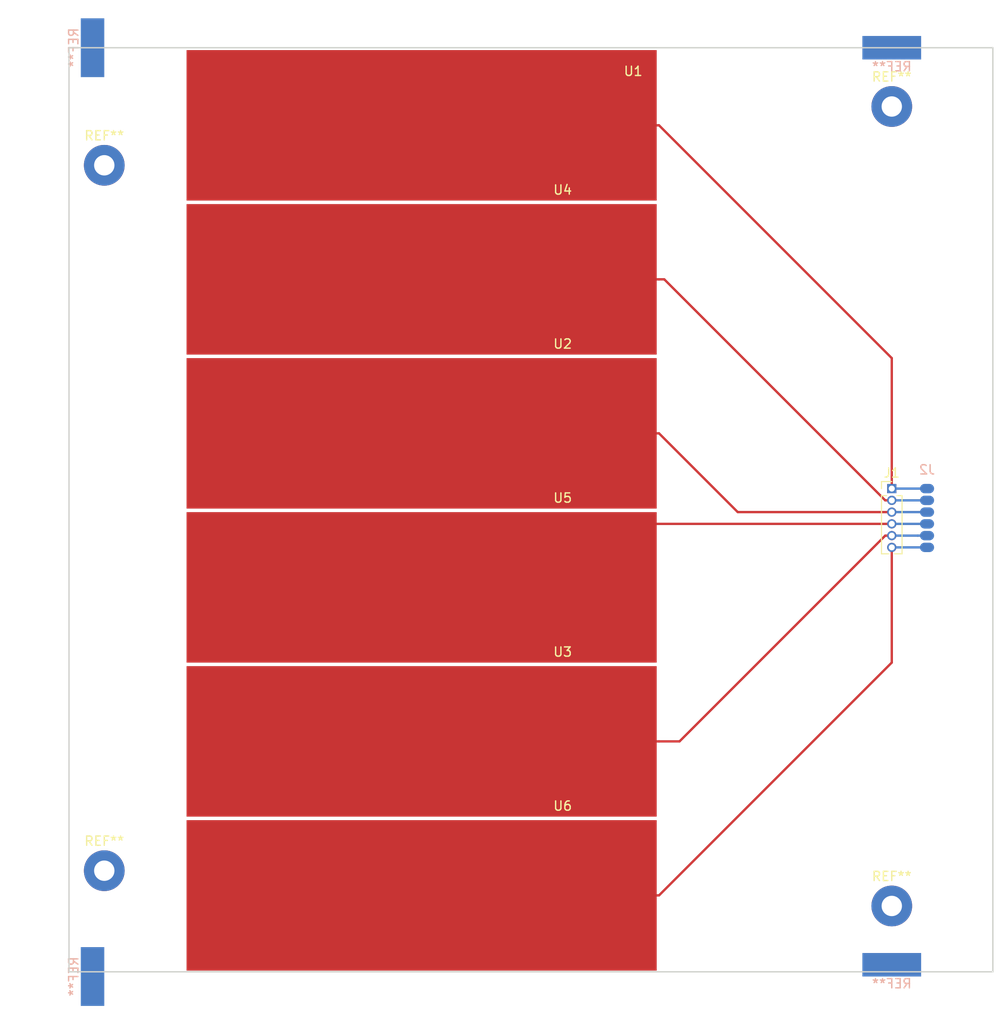
<source format=kicad_pcb>
(kicad_pcb (version 20171130) (host pcbnew "(5.0.2)-1")

  (general
    (thickness 1.6)
    (drawings 4)
    (tracks 26)
    (zones 0)
    (modules 16)
    (nets 7)
  )

  (page A4)
  (layers
    (0 F.Cu signal)
    (31 B.Cu signal)
    (32 B.Adhes user)
    (33 F.Adhes user)
    (34 B.Paste user)
    (35 F.Paste user)
    (36 B.SilkS user)
    (37 F.SilkS user)
    (38 B.Mask user)
    (39 F.Mask user)
    (40 Dwgs.User user)
    (41 Cmts.User user)
    (42 Eco1.User user)
    (43 Eco2.User user)
    (44 Edge.Cuts user)
    (45 Margin user)
    (46 B.CrtYd user)
    (47 F.CrtYd user)
    (48 B.Fab user)
    (49 F.Fab user)
  )

  (setup
    (last_trace_width 0.25)
    (trace_clearance 0.2)
    (zone_clearance 0.508)
    (zone_45_only no)
    (trace_min 0.2)
    (segment_width 0.2)
    (edge_width 0.15)
    (via_size 0.8)
    (via_drill 0.4)
    (via_min_size 0.4)
    (via_min_drill 0.3)
    (uvia_size 0.3)
    (uvia_drill 0.1)
    (uvias_allowed no)
    (uvia_min_size 0.2)
    (uvia_min_drill 0.1)
    (pcb_text_width 0.3)
    (pcb_text_size 1.5 1.5)
    (mod_edge_width 0.15)
    (mod_text_size 1 1)
    (mod_text_width 0.15)
    (pad_size 1.524 1.524)
    (pad_drill 0.762)
    (pad_to_mask_clearance 0.051)
    (solder_mask_min_width 0.25)
    (aux_axis_origin 0 0)
    (visible_elements 7FFFFFFF)
    (pcbplotparams
      (layerselection 0x010f0_ffffffff)
      (usegerberextensions false)
      (usegerberattributes false)
      (usegerberadvancedattributes false)
      (creategerberjobfile false)
      (excludeedgelayer true)
      (linewidth 0.100000)
      (plotframeref false)
      (viasonmask false)
      (mode 1)
      (useauxorigin false)
      (hpglpennumber 1)
      (hpglpenspeed 20)
      (hpglpendiameter 15.000000)
      (psnegative false)
      (psa4output false)
      (plotreference true)
      (plotvalue true)
      (plotinvisibletext false)
      (padsonsilk false)
      (subtractmaskfromsilk false)
      (outputformat 1)
      (mirror false)
      (drillshape 0)
      (scaleselection 1)
      (outputdirectory "C:/Users/azhao/Documents/test/New folder2"))
  )

  (net 0 "")
  (net 1 "Net-(J1-Pad1)")
  (net 2 "Net-(J1-Pad2)")
  (net 3 "Net-(J1-Pad3)")
  (net 4 "Net-(J1-Pad4)")
  (net 5 "Net-(J1-Pad5)")
  (net 6 "Net-(J1-Pad6)")

  (net_class Default "This is the default net class."
    (clearance 0.2)
    (trace_width 0.25)
    (via_dia 0.8)
    (via_drill 0.4)
    (uvia_dia 0.3)
    (uvia_drill 0.1)
    (add_net "Net-(J1-Pad1)")
    (add_net "Net-(J1-Pad2)")
    (add_net "Net-(J1-Pad3)")
    (add_net "Net-(J1-Pad4)")
    (add_net "Net-(J1-Pad5)")
    (add_net "Net-(J1-Pad6)")
  )

  (module Connector_PinHeader_1.27mm:PinHeader_1x06_P1.27mm_Vertical (layer F.Cu) (tedit 59FED6E3) (tstamp 5C6BDBBD)
    (at 190.5 98.425)
    (descr "Through hole straight pin header, 1x06, 1.27mm pitch, single row")
    (tags "Through hole pin header THT 1x06 1.27mm single row")
    (path /5C3BAF9E)
    (fp_text reference J1 (at 0 -1.695) (layer F.SilkS)
      (effects (font (size 1 1) (thickness 0.15)))
    )
    (fp_text value Conn_01x06_Male (at 0 8.045) (layer F.Fab)
      (effects (font (size 1 1) (thickness 0.15)))
    )
    (fp_text user %R (at 0 3.175 90) (layer F.Fab)
      (effects (font (size 1 1) (thickness 0.15)))
    )
    (fp_line (start 1.55 -1.15) (end -1.55 -1.15) (layer F.CrtYd) (width 0.05))
    (fp_line (start 1.55 7.5) (end 1.55 -1.15) (layer F.CrtYd) (width 0.05))
    (fp_line (start -1.55 7.5) (end 1.55 7.5) (layer F.CrtYd) (width 0.05))
    (fp_line (start -1.55 -1.15) (end -1.55 7.5) (layer F.CrtYd) (width 0.05))
    (fp_line (start -1.11 -0.76) (end 0 -0.76) (layer F.SilkS) (width 0.12))
    (fp_line (start -1.11 0) (end -1.11 -0.76) (layer F.SilkS) (width 0.12))
    (fp_line (start 0.563471 0.76) (end 1.11 0.76) (layer F.SilkS) (width 0.12))
    (fp_line (start -1.11 0.76) (end -0.563471 0.76) (layer F.SilkS) (width 0.12))
    (fp_line (start 1.11 0.76) (end 1.11 7.045) (layer F.SilkS) (width 0.12))
    (fp_line (start -1.11 0.76) (end -1.11 7.045) (layer F.SilkS) (width 0.12))
    (fp_line (start 0.30753 7.045) (end 1.11 7.045) (layer F.SilkS) (width 0.12))
    (fp_line (start -1.11 7.045) (end -0.30753 7.045) (layer F.SilkS) (width 0.12))
    (fp_line (start -1.05 -0.11) (end -0.525 -0.635) (layer F.Fab) (width 0.1))
    (fp_line (start -1.05 6.985) (end -1.05 -0.11) (layer F.Fab) (width 0.1))
    (fp_line (start 1.05 6.985) (end -1.05 6.985) (layer F.Fab) (width 0.1))
    (fp_line (start 1.05 -0.635) (end 1.05 6.985) (layer F.Fab) (width 0.1))
    (fp_line (start -0.525 -0.635) (end 1.05 -0.635) (layer F.Fab) (width 0.1))
    (pad 6 thru_hole oval (at 0 6.35) (size 1 1) (drill 0.65) (layers *.Cu *.Mask)
      (net 6 "Net-(J1-Pad6)"))
    (pad 5 thru_hole oval (at 0 5.08) (size 1 1) (drill 0.65) (layers *.Cu *.Mask)
      (net 5 "Net-(J1-Pad5)"))
    (pad 4 thru_hole oval (at 0 3.81) (size 1 1) (drill 0.65) (layers *.Cu *.Mask)
      (net 4 "Net-(J1-Pad4)"))
    (pad 3 thru_hole oval (at 0 2.54) (size 1 1) (drill 0.65) (layers *.Cu *.Mask)
      (net 3 "Net-(J1-Pad3)"))
    (pad 2 thru_hole oval (at 0 1.27) (size 1 1) (drill 0.65) (layers *.Cu *.Mask)
      (net 2 "Net-(J1-Pad2)"))
    (pad 1 thru_hole rect (at 0 0) (size 1 1) (drill 0.65) (layers *.Cu *.Mask)
      (net 1 "Net-(J1-Pad1)"))
    (model ${KISYS3DMOD}/Connector_PinHeader_1.27mm.3dshapes/PinHeader_1x06_P1.27mm_Vertical.wrl
      (at (xyz 0 0 0))
      (scale (xyz 1 1 1))
      (rotate (xyz 0 0 0))
    )
  )

  (module testlibrary:testtt (layer B.Cu) (tedit 5C3BAE0E) (tstamp 5C6BDC15)
    (at 194.31 95.885 180)
    (path /5C3C87CA)
    (fp_text reference J2 (at 0 -0.5 180) (layer B.SilkS)
      (effects (font (size 1 1) (thickness 0.15)) (justify mirror))
    )
    (fp_text value Conn_01x06_Male (at 0 0.5 180) (layer B.Fab)
      (effects (font (size 1 1) (thickness 0.15)) (justify mirror))
    )
    (fp_line (start -1.27 -10.16) (end -1.27 -1.27) (layer B.CrtYd) (width 0.15))
    (fp_line (start 1.27 -10.16) (end -1.27 -10.16) (layer B.CrtYd) (width 0.15))
    (fp_line (start 1.27 -1.27) (end 1.27 -10.16) (layer B.CrtYd) (width 0.15))
    (fp_line (start -1.27 -1.27) (end 1.27 -1.27) (layer B.CrtYd) (width 0.15))
    (pad 6 smd oval (at 0 -8.89 180) (size 1.524 1.016) (layers B.Cu B.Paste B.Mask)
      (net 6 "Net-(J1-Pad6)"))
    (pad 5 smd oval (at 0 -7.62 180) (size 1.524 1.016) (layers B.Cu B.Paste B.Mask)
      (net 5 "Net-(J1-Pad5)"))
    (pad 4 smd oval (at 0 -6.35 180) (size 1.524 1.016) (layers B.Cu B.Paste B.Mask)
      (net 4 "Net-(J1-Pad4)"))
    (pad 3 connect oval (at 0 -5.08 180) (size 1.524 1.016) (layers B.Cu B.Mask)
      (net 3 "Net-(J1-Pad3)"))
    (pad 2 connect oval (at 0 -3.81 180) (size 1.524 1.016) (layers B.Cu B.Mask)
      (net 2 "Net-(J1-Pad2)"))
    (pad 1 connect oval (at 0 -2.54 180) (size 1.524 1.016) (layers B.Cu B.Mask)
      (net 1 "Net-(J1-Pad1)"))
  )

  (module testlibrary:sensorg (layer F.Cu) (tedit 5C3BC36B) (tstamp 5C6BD6DA)
    (at 154.94 49.022)
    (path /5C3C1C0C)
    (fp_text reference U1 (at 7.62 4.318) (layer F.SilkS)
      (effects (font (size 1 1) (thickness 0.15)))
    )
    (fp_text value testsensorg (at 0 -0.5) (layer F.Fab)
      (effects (font (size 1 1) (thickness 0.15)))
    )
    (pad 1 connect rect (at -15.24 10.16) (size 50.8 16.256) (layers F.Cu)
      (net 1 "Net-(J1-Pad1)"))
  )

  (module testlibrary:sensorg (layer F.Cu) (tedit 5C3BC36B) (tstamp 5C6BD647)
    (at 154.94 82.296)
    (path /5C3C1DA6)
    (fp_text reference U2 (at 0 0.5) (layer F.SilkS)
      (effects (font (size 1 1) (thickness 0.15)))
    )
    (fp_text value testsensorg (at 0 -0.5) (layer F.Fab)
      (effects (font (size 1 1) (thickness 0.15)))
    )
    (pad 1 connect rect (at -15.24 10.16) (size 50.8 16.256) (layers F.Cu)
      (net 3 "Net-(J1-Pad3)"))
  )

  (module testlibrary:sensorg (layer F.Cu) (tedit 5C3BC36B) (tstamp 5C6BD64C)
    (at 154.94 115.57)
    (path /5C3C1E58)
    (fp_text reference U3 (at 0 0.5) (layer F.SilkS)
      (effects (font (size 1 1) (thickness 0.15)))
    )
    (fp_text value testsensorg (at 0 -0.5) (layer F.Fab)
      (effects (font (size 1 1) (thickness 0.15)))
    )
    (pad 1 connect rect (at -15.24 10.16) (size 50.8 16.256) (layers F.Cu)
      (net 5 "Net-(J1-Pad5)"))
  )

  (module testlibrary:sensorg (layer F.Cu) (tedit 5C3BC36B) (tstamp 5C6BD651)
    (at 154.94 65.659)
    (path /5C3C1D40)
    (fp_text reference U4 (at 0 0.5) (layer F.SilkS)
      (effects (font (size 1 1) (thickness 0.15)))
    )
    (fp_text value testsensorg (at 0 -0.5) (layer F.Fab)
      (effects (font (size 1 1) (thickness 0.15)))
    )
    (pad 1 connect rect (at -15.24 10.16) (size 50.8 16.256) (layers F.Cu)
      (net 2 "Net-(J1-Pad2)"))
  )

  (module testlibrary:sensorg (layer F.Cu) (tedit 5C3BC36B) (tstamp 5C6BD656)
    (at 154.94 98.933)
    (path /5C3C1E08)
    (fp_text reference U5 (at 0 0.5) (layer F.SilkS)
      (effects (font (size 1 1) (thickness 0.15)))
    )
    (fp_text value testsensorg (at 0 -0.5) (layer F.Fab)
      (effects (font (size 1 1) (thickness 0.15)))
    )
    (pad 1 connect rect (at -15.24 10.16) (size 50.8 16.256) (layers F.Cu)
      (net 4 "Net-(J1-Pad4)"))
  )

  (module testlibrary:sensorg (layer F.Cu) (tedit 5C3BC36B) (tstamp 5C6BD65B)
    (at 154.94 132.207)
    (path /5C3C1E94)
    (fp_text reference U6 (at 0 0.5) (layer F.SilkS)
      (effects (font (size 1 1) (thickness 0.15)))
    )
    (fp_text value testsensorg (at 0 -0.5) (layer F.Fab)
      (effects (font (size 1 1) (thickness 0.15)))
    )
    (pad 1 connect rect (at -15.24 10.16) (size 50.8 16.256) (layers F.Cu)
      (net 6 "Net-(J1-Pad6)"))
  )

  (module testlibrary:blob (layer B.Cu) (tedit 5C3BCC23) (tstamp 5C79E81F)
    (at 190.5 53.34)
    (fp_text reference REF** (at 0 -0.5) (layer B.SilkS)
      (effects (font (size 1 1) (thickness 0.15)) (justify mirror))
    )
    (fp_text value blob (at 0 0.5) (layer B.Fab)
      (effects (font (size 1 1) (thickness 0.15)) (justify mirror))
    )
    (fp_line (start -5.08 -5.08) (end -5.08 0) (layer B.CrtYd) (width 0.15))
    (fp_line (start 5.08 -5.08) (end -5.08 -5.08) (layer B.CrtYd) (width 0.15))
    (fp_line (start 5.08 0) (end 5.08 -5.08) (layer B.CrtYd) (width 0.15))
    (fp_line (start -5.08 0) (end 5.08 0) (layer B.CrtYd) (width 0.15))
    (pad 1 connect rect (at 0 -2.54) (size 6.35 2.54) (layers B.Cu B.Mask))
  )

  (module testlibrary:blob (layer B.Cu) (tedit 5C3BCC23) (tstamp 5C79E875)
    (at 190.5 152.4)
    (fp_text reference REF** (at 0 -0.5) (layer B.SilkS)
      (effects (font (size 1 1) (thickness 0.15)) (justify mirror))
    )
    (fp_text value blob (at 0 0.5) (layer B.Fab)
      (effects (font (size 1 1) (thickness 0.15)) (justify mirror))
    )
    (fp_line (start -5.08 -5.08) (end -5.08 0) (layer B.CrtYd) (width 0.15))
    (fp_line (start 5.08 -5.08) (end -5.08 -5.08) (layer B.CrtYd) (width 0.15))
    (fp_line (start 5.08 0) (end 5.08 -5.08) (layer B.CrtYd) (width 0.15))
    (fp_line (start -5.08 0) (end 5.08 0) (layer B.CrtYd) (width 0.15))
    (pad 1 connect rect (at 0 -2.54) (size 6.35 2.54) (layers B.Cu B.Mask))
  )

  (module testlibrary:blob (layer B.Cu) (tedit 5C3BCC23) (tstamp 5C79E8CC)
    (at 101.6 50.8 270)
    (fp_text reference REF** (at 0 -0.5 270) (layer B.SilkS)
      (effects (font (size 1 1) (thickness 0.15)) (justify mirror))
    )
    (fp_text value blob (at 0 0.5 270) (layer B.Fab)
      (effects (font (size 1 1) (thickness 0.15)) (justify mirror))
    )
    (fp_line (start -5.08 -5.08) (end -5.08 0) (layer B.CrtYd) (width 0.15))
    (fp_line (start 5.08 -5.08) (end -5.08 -5.08) (layer B.CrtYd) (width 0.15))
    (fp_line (start 5.08 0) (end 5.08 -5.08) (layer B.CrtYd) (width 0.15))
    (fp_line (start -5.08 0) (end 5.08 0) (layer B.CrtYd) (width 0.15))
    (pad 1 connect rect (at 0 -2.54 270) (size 6.35 2.54) (layers B.Cu B.Mask))
  )

  (module testlibrary:blob (layer B.Cu) (tedit 5C3BCC23) (tstamp 5C79E922)
    (at 101.6 151.13 270)
    (fp_text reference REF** (at 0 -0.5 270) (layer B.SilkS)
      (effects (font (size 1 1) (thickness 0.15)) (justify mirror))
    )
    (fp_text value blob (at 0 0.5 270) (layer B.Fab)
      (effects (font (size 1 1) (thickness 0.15)) (justify mirror))
    )
    (fp_line (start -5.08 -5.08) (end -5.08 0) (layer B.CrtYd) (width 0.15))
    (fp_line (start 5.08 -5.08) (end -5.08 -5.08) (layer B.CrtYd) (width 0.15))
    (fp_line (start 5.08 0) (end 5.08 -5.08) (layer B.CrtYd) (width 0.15))
    (fp_line (start -5.08 0) (end 5.08 0) (layer B.CrtYd) (width 0.15))
    (pad 1 connect rect (at 0 -2.54 270) (size 6.35 2.54) (layers B.Cu B.Mask))
  )

  (module MountingHole:MountingHole_2.2mm_M2_Pad (layer F.Cu) (tedit 56D1B4CB) (tstamp 5C79EF47)
    (at 105.41 63.5)
    (descr "Mounting Hole 2.2mm, M2")
    (tags "mounting hole 2.2mm m2")
    (attr virtual)
    (fp_text reference REF** (at 0 -3.2) (layer F.SilkS)
      (effects (font (size 1 1) (thickness 0.15)))
    )
    (fp_text value MountingHole_2.2mm_M2_Pad (at 0 3.2) (layer F.Fab)
      (effects (font (size 1 1) (thickness 0.15)))
    )
    (fp_circle (center 0 0) (end 2.45 0) (layer F.CrtYd) (width 0.05))
    (fp_circle (center 0 0) (end 2.2 0) (layer Cmts.User) (width 0.15))
    (fp_text user %R (at 0.3 0) (layer F.Fab)
      (effects (font (size 1 1) (thickness 0.15)))
    )
    (pad 1 thru_hole circle (at 0 0) (size 4.4 4.4) (drill 2.2) (layers *.Cu *.Mask))
  )

  (module MountingHole:MountingHole_2.2mm_M2_Pad (layer F.Cu) (tedit 56D1B4CB) (tstamp 5C79EFA3)
    (at 105.41 139.7)
    (descr "Mounting Hole 2.2mm, M2")
    (tags "mounting hole 2.2mm m2")
    (attr virtual)
    (fp_text reference REF** (at 0 -3.2) (layer F.SilkS)
      (effects (font (size 1 1) (thickness 0.15)))
    )
    (fp_text value MountingHole_2.2mm_M2_Pad (at 0 3.2) (layer F.Fab)
      (effects (font (size 1 1) (thickness 0.15)))
    )
    (fp_circle (center 0 0) (end 2.45 0) (layer F.CrtYd) (width 0.05))
    (fp_circle (center 0 0) (end 2.2 0) (layer Cmts.User) (width 0.15))
    (fp_text user %R (at 0.3 0) (layer F.Fab)
      (effects (font (size 1 1) (thickness 0.15)))
    )
    (pad 1 thru_hole circle (at 0 0) (size 4.4 4.4) (drill 2.2) (layers *.Cu *.Mask))
  )

  (module MountingHole:MountingHole_2.2mm_M2_Pad (layer F.Cu) (tedit 56D1B4CB) (tstamp 5C79EFFF)
    (at 190.5 57.15)
    (descr "Mounting Hole 2.2mm, M2")
    (tags "mounting hole 2.2mm m2")
    (attr virtual)
    (fp_text reference REF** (at 0 -3.2) (layer F.SilkS)
      (effects (font (size 1 1) (thickness 0.15)))
    )
    (fp_text value MountingHole_2.2mm_M2_Pad (at 0 3.2) (layer F.Fab)
      (effects (font (size 1 1) (thickness 0.15)))
    )
    (fp_circle (center 0 0) (end 2.45 0) (layer F.CrtYd) (width 0.05))
    (fp_circle (center 0 0) (end 2.2 0) (layer Cmts.User) (width 0.15))
    (fp_text user %R (at 0.3 0) (layer F.Fab)
      (effects (font (size 1 1) (thickness 0.15)))
    )
    (pad 1 thru_hole circle (at 0 0) (size 4.4 4.4) (drill 2.2) (layers *.Cu *.Mask))
  )

  (module MountingHole:MountingHole_2.2mm_M2_Pad (layer F.Cu) (tedit 56D1B4CB) (tstamp 5C79F05B)
    (at 190.5 143.51)
    (descr "Mounting Hole 2.2mm, M2")
    (tags "mounting hole 2.2mm m2")
    (attr virtual)
    (fp_text reference REF** (at 0 -3.2) (layer F.SilkS)
      (effects (font (size 1 1) (thickness 0.15)))
    )
    (fp_text value MountingHole_2.2mm_M2_Pad (at 0 3.2) (layer F.Fab)
      (effects (font (size 1 1) (thickness 0.15)))
    )
    (fp_circle (center 0 0) (end 2.45 0) (layer F.CrtYd) (width 0.05))
    (fp_circle (center 0 0) (end 2.2 0) (layer Cmts.User) (width 0.15))
    (fp_text user %R (at 0.3 0) (layer F.Fab)
      (effects (font (size 1 1) (thickness 0.15)))
    )
    (pad 1 thru_hole circle (at 0 0) (size 4.4 4.4) (drill 2.2) (layers *.Cu *.Mask))
  )

  (gr_line (start 101.6 150.622) (end 101.6 50.8) (layer Edge.Cuts) (width 0.15))
  (gr_line (start 201.422 150.622) (end 101.6 150.622) (layer Edge.Cuts) (width 0.15))
  (gr_line (start 101.6 50.8) (end 201.422 50.8) (layer Edge.Cuts) (width 0.15))
  (gr_line (start 201.422 50.8) (end 201.422 150.622) (layer Edge.Cuts) (width 0.15))

  (segment (start 194.31 98.425) (end 190.5 98.425) (width 0.25) (layer B.Cu) (net 1) (tstamp 5C6BDC03))
  (segment (start 165.35 59.182) (end 139.7 59.182) (width 0.25) (layer F.Cu) (net 1))
  (segment (start 190.5 84.332) (end 165.35 59.182) (width 0.25) (layer F.Cu) (net 1))
  (segment (start 190.5 98.425) (end 190.5 84.332) (width 0.25) (layer F.Cu) (net 1))
  (segment (start 190.5 99.695) (end 194.31 99.695) (width 0.25) (layer B.Cu) (net 2) (tstamp 5C6BDBFD))
  (segment (start 165.35 75.819) (end 139.7 75.819) (width 0.25) (layer F.Cu) (net 2))
  (segment (start 165.916894 75.819) (end 165.35 75.819) (width 0.25) (layer F.Cu) (net 2))
  (segment (start 189.792894 99.695) (end 165.916894 75.819) (width 0.25) (layer F.Cu) (net 2))
  (segment (start 190.5 99.695) (end 189.792894 99.695) (width 0.25) (layer F.Cu) (net 2))
  (segment (start 194.31 100.965) (end 190.5 100.965) (width 0.25) (layer B.Cu) (net 3) (tstamp 5C6BDC00))
  (segment (start 165.35 92.456) (end 173.859 100.965) (width 0.25) (layer F.Cu) (net 3))
  (segment (start 139.7 92.456) (end 165.35 92.456) (width 0.25) (layer F.Cu) (net 3))
  (segment (start 173.859 100.965) (end 190.5 100.965) (width 0.25) (layer F.Cu) (net 3))
  (segment (start 190.5 102.235) (end 194.31 102.235) (width 0.25) (layer B.Cu) (net 4) (tstamp 5C6BDBF7))
  (segment (start 146.558 102.235) (end 139.7 109.093) (width 0.25) (layer F.Cu) (net 4))
  (segment (start 190.5 102.235) (end 146.558 102.235) (width 0.25) (layer F.Cu) (net 4))
  (segment (start 193.298 103.505) (end 190.5 103.505) (width 0.25) (layer B.Cu) (net 5) (tstamp 5C6BDBFA))
  (segment (start 194.31 103.505) (end 193.298 103.505) (width 0.25) (layer B.Cu) (net 5) (tstamp 5C6BDBF4))
  (segment (start 165.35 125.73) (end 139.7 125.73) (width 0.25) (layer F.Cu) (net 5))
  (segment (start 167.567894 125.73) (end 165.35 125.73) (width 0.25) (layer F.Cu) (net 5))
  (segment (start 189.792894 103.505) (end 167.567894 125.73) (width 0.25) (layer F.Cu) (net 5))
  (segment (start 190.5 103.505) (end 189.792894 103.505) (width 0.25) (layer F.Cu) (net 5))
  (segment (start 190.5 104.775) (end 194.31 104.775) (width 0.25) (layer B.Cu) (net 6) (tstamp 5C6BDC06))
  (segment (start 165.35 142.367) (end 139.7 142.367) (width 0.25) (layer F.Cu) (net 6))
  (segment (start 190.5 117.217) (end 165.35 142.367) (width 0.25) (layer F.Cu) (net 6))
  (segment (start 190.5 104.775) (end 190.5 117.217) (width 0.25) (layer F.Cu) (net 6))

)

</source>
